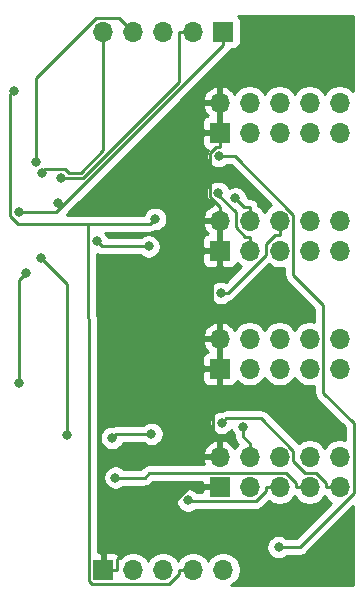
<source format=gbl>
%TF.GenerationSoftware,KiCad,Pcbnew,(5.1.6-0-10_14)*%
%TF.CreationDate,2021-03-01T23:58:59+09:00*%
%TF.ProjectId,qPCR-photo_mux_74HC4067SSOP,71504352-2d70-4686-9f74-6f5f6d75785f,rev?*%
%TF.SameCoordinates,Original*%
%TF.FileFunction,Copper,L2,Bot*%
%TF.FilePolarity,Positive*%
%FSLAX46Y46*%
G04 Gerber Fmt 4.6, Leading zero omitted, Abs format (unit mm)*
G04 Created by KiCad (PCBNEW (5.1.6-0-10_14)) date 2021-03-01 23:58:59*
%MOMM*%
%LPD*%
G01*
G04 APERTURE LIST*
%TA.AperFunction,ComponentPad*%
%ADD10O,1.700000X1.700000*%
%TD*%
%TA.AperFunction,ComponentPad*%
%ADD11R,1.700000X1.700000*%
%TD*%
%TA.AperFunction,ViaPad*%
%ADD12C,0.800000*%
%TD*%
%TA.AperFunction,Conductor*%
%ADD13C,0.250000*%
%TD*%
%TA.AperFunction,Conductor*%
%ADD14C,0.254000*%
%TD*%
G04 APERTURE END LIST*
D10*
%TO.P,J1,5*%
%TO.N,PD_MUX_OUT*%
X103298000Y-110000000D03*
%TO.P,J1,4*%
%TO.N,VCC_LOGIC*%
X100758000Y-110000000D03*
%TO.P,J1,3*%
%TO.N,N/C*%
X98218000Y-110000000D03*
%TO.P,J1,2*%
X95678000Y-110000000D03*
D11*
%TO.P,J1,1*%
%TO.N,GND*%
X93138000Y-110000000D03*
%TD*%
%TO.P,J2,1*%
%TO.N,ADDRESSA3*%
X103298000Y-64440000D03*
D10*
%TO.P,J2,2*%
%TO.N,ADDRESSA2*%
X100758000Y-64440000D03*
%TO.P,J2,3*%
%TO.N,ADDRESSA1*%
X98218000Y-64440000D03*
%TO.P,J2,4*%
%TO.N,ADDRESSA0*%
X95678000Y-64440000D03*
%TO.P,J2,5*%
%TO.N,MUX_SELECT*%
X93138000Y-64440000D03*
%TD*%
%TO.P,N_PD1,10*%
%TO.N,N_PD1_OUT1*%
X113160000Y-70460000D03*
%TO.P,N_PD1,9*%
%TO.N,N_PD1_OUT2*%
X113160000Y-73000000D03*
%TO.P,N_PD1,8*%
%TO.N,N_PD1_OUT3*%
X110620000Y-70460000D03*
%TO.P,N_PD1,7*%
%TO.N,N_PD1_OUT4*%
X110620000Y-73000000D03*
%TO.P,N_PD1,6*%
%TO.N,N_PD1_OUT5*%
X108080000Y-70460000D03*
%TO.P,N_PD1,5*%
%TO.N,N_PD1_OUT6*%
X108080000Y-73000000D03*
%TO.P,N_PD1,4*%
%TO.N,N_PD1_OUT7*%
X105540000Y-70460000D03*
%TO.P,N_PD1,3*%
%TO.N,N_PD1_OUT8*%
X105540000Y-73000000D03*
%TO.P,N_PD1,2*%
%TO.N,GND*%
X103000000Y-70460000D03*
D11*
%TO.P,N_PD1,1*%
X103000000Y-73000000D03*
%TD*%
%TO.P,N_PD2,1*%
%TO.N,GND*%
X103000000Y-83000000D03*
D10*
%TO.P,N_PD2,2*%
X103000000Y-80460000D03*
%TO.P,N_PD2,3*%
%TO.N,N_PD1_OUT16*%
X105540000Y-83000000D03*
%TO.P,N_PD2,4*%
%TO.N,N_PD1_OUT15*%
X105540000Y-80460000D03*
%TO.P,N_PD2,5*%
%TO.N,N_PD1_OUT14*%
X108080000Y-83000000D03*
%TO.P,N_PD2,6*%
%TO.N,N_PD1_OUT13*%
X108080000Y-80460000D03*
%TO.P,N_PD2,7*%
%TO.N,N_PD1_OUT12*%
X110620000Y-83000000D03*
%TO.P,N_PD2,8*%
%TO.N,N_PD1_OUT10*%
X110620000Y-80460000D03*
%TO.P,N_PD2,9*%
%TO.N,N_PD1_OUT11*%
X113160000Y-83000000D03*
%TO.P,N_PD2,10*%
%TO.N,N_PD1_OUT9*%
X113160000Y-80460000D03*
%TD*%
D11*
%TO.P,S_PD1,1*%
%TO.N,GND*%
X103000000Y-93000000D03*
D10*
%TO.P,S_PD1,2*%
X103000000Y-90460000D03*
%TO.P,S_PD1,3*%
%TO.N,S_PD1_OUT8*%
X105540000Y-93000000D03*
%TO.P,S_PD1,4*%
%TO.N,S_PD1_OUT7*%
X105540000Y-90460000D03*
%TO.P,S_PD1,5*%
%TO.N,S_PD1_OUT6*%
X108080000Y-93000000D03*
%TO.P,S_PD1,6*%
%TO.N,S_PD1_OUT5*%
X108080000Y-90460000D03*
%TO.P,S_PD1,7*%
%TO.N,S_PD1_OUT4*%
X110620000Y-93000000D03*
%TO.P,S_PD1,8*%
%TO.N,S_PD1_OUT3*%
X110620000Y-90460000D03*
%TO.P,S_PD1,9*%
%TO.N,S_PD1_OUT2*%
X113160000Y-93000000D03*
%TO.P,S_PD1,10*%
%TO.N,S_PD1_OUT1*%
X113160000Y-90460000D03*
%TD*%
%TO.P,S_PD2,10*%
%TO.N,S_PD1_OUT9*%
X113160000Y-100460000D03*
%TO.P,S_PD2,9*%
%TO.N,S_PD1_OUT11*%
X113160000Y-103000000D03*
%TO.P,S_PD2,8*%
%TO.N,S_PD1_OUT10*%
X110620000Y-100460000D03*
%TO.P,S_PD2,7*%
%TO.N,S_PD1_OUT12*%
X110620000Y-103000000D03*
%TO.P,S_PD2,6*%
%TO.N,S_PD1_OUT13*%
X108080000Y-100460000D03*
%TO.P,S_PD2,5*%
%TO.N,S_PD1_OUT14*%
X108080000Y-103000000D03*
%TO.P,S_PD2,4*%
%TO.N,S_PD1_OUT15*%
X105540000Y-100460000D03*
%TO.P,S_PD2,3*%
%TO.N,S_PD1_OUT16*%
X105540000Y-103000000D03*
%TO.P,S_PD2,2*%
%TO.N,GND*%
X103000000Y-100460000D03*
D11*
%TO.P,S_PD2,1*%
X103000000Y-103000000D03*
%TD*%
D12*
%TO.N,VCC_LOGIC*%
X85563500Y-69465700D03*
X97550000Y-80300000D03*
%TO.N,ADDRESSA3*%
X86015000Y-79753000D03*
X89280000Y-78925000D03*
X86001900Y-94220000D03*
X86589497Y-84920503D03*
%TO.N,ADDRESSA2*%
X89600000Y-76825000D03*
X90075000Y-98575000D03*
X87889700Y-83606900D03*
%TO.N,ADDRESSA0*%
X87450000Y-75450000D03*
%TO.N,MUX_SELECT*%
X87950000Y-76375000D03*
%TO.N,/PD_MUX_OUT1*%
X108000000Y-108091900D03*
X102911600Y-74997400D03*
%TO.N,N_PD1_OUT16*%
X102884600Y-78088300D03*
%TO.N,N_PD1_OUT15*%
X104342700Y-78558000D03*
%TO.N,N_PD1_OUT14*%
X97000000Y-82625000D03*
X92600000Y-82200000D03*
%TO.N,N_PD1_OUT13*%
X103115200Y-86557400D03*
%TO.N,S_PD1_OUT11*%
X103181500Y-97563500D03*
%TO.N,S_PD1_OUT12*%
X94175000Y-102200000D03*
%TO.N,S_PD1_OUT13*%
X93900000Y-98850000D03*
X97225000Y-98504999D03*
X93900000Y-98850000D03*
%TO.N,S_PD1_OUT14*%
X100328400Y-104139000D03*
%TO.N,S_PD1_OUT15*%
X105014300Y-97926700D03*
%TD*%
D13*
%TO.N,VCC_LOGIC*%
X85269500Y-80054400D02*
X85269500Y-69759700D01*
X85269500Y-69759700D02*
X85563500Y-69465700D01*
X99582700Y-110000000D02*
X99582700Y-110365300D01*
X99582700Y-110365300D02*
X98760800Y-111187200D01*
X98760800Y-111187200D02*
X92164000Y-111187200D01*
X92164000Y-111187200D02*
X91938400Y-110961600D01*
X91938400Y-110961600D02*
X91938400Y-88739200D01*
X100758000Y-110000000D02*
X99582700Y-110000000D01*
X85915099Y-80699999D02*
X85269500Y-80054400D01*
X97550000Y-80300000D02*
X97150001Y-80699999D01*
X91874999Y-88675799D02*
X91874999Y-80799999D01*
X91938400Y-88739200D02*
X91874999Y-88675799D01*
X91874999Y-80799999D02*
X91774999Y-80699999D01*
X91774999Y-80699999D02*
X85915099Y-80699999D01*
X97150001Y-80699999D02*
X91774999Y-80699999D01*
%TO.N,GND*%
X103000000Y-103000000D02*
X100441700Y-103000000D01*
X100441700Y-103000000D02*
X94313300Y-109128400D01*
X94313300Y-109128400D02*
X94313300Y-110000000D01*
X103000000Y-80460000D02*
X103000000Y-79284700D01*
X103000000Y-79284700D02*
X102155200Y-78439900D01*
X102155200Y-78439900D02*
X102155200Y-74726200D01*
X102155200Y-74726200D02*
X102706100Y-74175300D01*
X102706100Y-74175300D02*
X103000000Y-74175300D01*
X103000000Y-83000000D02*
X103000000Y-80460000D01*
X103000000Y-73000000D02*
X103000000Y-74175300D01*
X103000000Y-89284700D02*
X102369300Y-88654000D01*
X102369300Y-88654000D02*
X102369300Y-84806000D01*
X102369300Y-84806000D02*
X103000000Y-84175300D01*
X103000000Y-90460000D02*
X103000000Y-89284700D01*
X103000000Y-90460000D02*
X103000000Y-93000000D01*
X103000000Y-83000000D02*
X103000000Y-84175300D01*
X103000000Y-94175300D02*
X102456200Y-94719100D01*
X102456200Y-94719100D02*
X102456200Y-98740900D01*
X102456200Y-98740900D02*
X103000000Y-99284700D01*
X93138000Y-110000000D02*
X94313300Y-110000000D01*
X103000000Y-100460000D02*
X103000000Y-99284700D01*
X103000000Y-93000000D02*
X103000000Y-94175300D01*
X103000000Y-73000000D02*
X103000000Y-70460000D01*
%TO.N,ADDRESSA3*%
X89160300Y-79753000D02*
X86015000Y-79753000D01*
X103298000Y-64440000D02*
X103298000Y-65615300D01*
X89599150Y-79244150D02*
X89669150Y-79244150D01*
X89280000Y-78925000D02*
X89599150Y-79244150D01*
X89669150Y-79244150D02*
X89160300Y-79753000D01*
X103298000Y-65615300D02*
X89669150Y-79244150D01*
X86001900Y-85508100D02*
X86589497Y-84920503D01*
X86001900Y-94220000D02*
X86001900Y-85508100D01*
%TO.N,ADDRESSA2*%
X90075000Y-85792200D02*
X87889700Y-83606900D01*
X90075000Y-98575000D02*
X90075000Y-85792200D01*
X91451890Y-76825000D02*
X89600000Y-76825000D01*
X99582700Y-68694190D02*
X91451890Y-76825000D01*
X99582700Y-64440000D02*
X99582700Y-68694190D01*
X100758000Y-64440000D02*
X99582700Y-64440000D01*
%TO.N,ADDRESSA0*%
X87450000Y-68388998D02*
X92573999Y-63264999D01*
X94502999Y-63264999D02*
X95678000Y-64440000D01*
X92573999Y-63264999D02*
X94502999Y-63264999D01*
X87450000Y-75450000D02*
X87450000Y-68388998D01*
%TO.N,MUX_SELECT*%
X88225001Y-76099999D02*
X87950000Y-76375000D01*
X90222992Y-76374990D02*
X89948001Y-76099999D01*
X91250010Y-76374990D02*
X90222992Y-76374990D01*
X93138000Y-74487000D02*
X91250010Y-76374990D01*
X89948001Y-76099999D02*
X88225001Y-76099999D01*
X93138000Y-64440000D02*
X93138000Y-74487000D01*
%TO.N,/PD_MUX_OUT1*%
X102911600Y-74997400D02*
X104285100Y-74997400D01*
X104285100Y-74997400D02*
X109255300Y-79967600D01*
X109255300Y-79967600D02*
X109255300Y-85041400D01*
X109255300Y-85041400D02*
X111795400Y-87581500D01*
X111795400Y-87581500D02*
X111795400Y-95041500D01*
X111795400Y-95041500D02*
X114348600Y-97594700D01*
X114348600Y-97594700D02*
X114348600Y-103519500D01*
X114348600Y-103519500D02*
X109776200Y-108091900D01*
X109776200Y-108091900D02*
X108000000Y-108091900D01*
%TO.N,N_PD1_OUT16*%
X105540000Y-81824700D02*
X105172600Y-81824700D01*
X105172600Y-81824700D02*
X104364700Y-81016800D01*
X104364700Y-81016800D02*
X104364700Y-79728300D01*
X104364700Y-79728300D02*
X102884600Y-78248200D01*
X102884600Y-78248200D02*
X102884600Y-78088300D01*
X105540000Y-83000000D02*
X105540000Y-81824700D01*
%TO.N,N_PD1_OUT15*%
X105540000Y-80460000D02*
X105540000Y-79284700D01*
X105540000Y-79284700D02*
X105069400Y-79284700D01*
X105069400Y-79284700D02*
X104342700Y-78558000D01*
%TO.N,N_PD1_OUT14*%
X93025000Y-82625000D02*
X92600000Y-82200000D01*
X97000000Y-82625000D02*
X93025000Y-82625000D01*
%TO.N,N_PD1_OUT13*%
X108080000Y-81635300D02*
X107712600Y-81635300D01*
X107712600Y-81635300D02*
X106904700Y-82443200D01*
X106904700Y-82443200D02*
X106904700Y-83329700D01*
X106904700Y-83329700D02*
X103677000Y-86557400D01*
X103677000Y-86557400D02*
X103115200Y-86557400D01*
X108080000Y-80460000D02*
X108080000Y-81635300D01*
%TO.N,S_PD1_OUT11*%
X113160000Y-103000000D02*
X111984700Y-103000000D01*
X103181500Y-97563500D02*
X103546200Y-97198800D01*
X103546200Y-97198800D02*
X106528500Y-97198800D01*
X106528500Y-97198800D02*
X109255400Y-99925700D01*
X109255400Y-99925700D02*
X109255400Y-100819600D01*
X109255400Y-100819600D02*
X110260500Y-101824700D01*
X110260500Y-101824700D02*
X111176800Y-101824700D01*
X111176800Y-101824700D02*
X111984700Y-102632600D01*
X111984700Y-102632600D02*
X111984700Y-103000000D01*
%TO.N,S_PD1_OUT12*%
X110620000Y-103000000D02*
X109444700Y-103000000D01*
X109444700Y-103000000D02*
X109444700Y-102632600D01*
X109444700Y-102632600D02*
X108636800Y-101824700D01*
X108636800Y-101824700D02*
X97038300Y-101824700D01*
X96663000Y-102200000D02*
X97038300Y-101824700D01*
X94175000Y-102200000D02*
X96663000Y-102200000D01*
%TO.N,S_PD1_OUT13*%
X94245001Y-98504999D02*
X93900000Y-98850000D01*
X97225000Y-98504999D02*
X94245001Y-98504999D01*
%TO.N,S_PD1_OUT14*%
X108080000Y-103000000D02*
X106904700Y-103000000D01*
X100328400Y-104139000D02*
X100364700Y-104175300D01*
X100364700Y-104175300D02*
X106096800Y-104175300D01*
X106096800Y-104175300D02*
X106904700Y-103367400D01*
X106904700Y-103367400D02*
X106904700Y-103000000D01*
%TO.N,S_PD1_OUT15*%
X105540000Y-100460000D02*
X105540000Y-99284700D01*
X105014300Y-97926700D02*
X105014300Y-98759000D01*
X105014300Y-98759000D02*
X105540000Y-99284700D01*
%TD*%
D14*
%TO.N,GND*%
G36*
X114315000Y-69515651D02*
G01*
X114313475Y-69513368D01*
X114106632Y-69306525D01*
X113863411Y-69144010D01*
X113593158Y-69032068D01*
X113306260Y-68975000D01*
X113013740Y-68975000D01*
X112726842Y-69032068D01*
X112456589Y-69144010D01*
X112213368Y-69306525D01*
X112006525Y-69513368D01*
X111890000Y-69687760D01*
X111773475Y-69513368D01*
X111566632Y-69306525D01*
X111323411Y-69144010D01*
X111053158Y-69032068D01*
X110766260Y-68975000D01*
X110473740Y-68975000D01*
X110186842Y-69032068D01*
X109916589Y-69144010D01*
X109673368Y-69306525D01*
X109466525Y-69513368D01*
X109350000Y-69687760D01*
X109233475Y-69513368D01*
X109026632Y-69306525D01*
X108783411Y-69144010D01*
X108513158Y-69032068D01*
X108226260Y-68975000D01*
X107933740Y-68975000D01*
X107646842Y-69032068D01*
X107376589Y-69144010D01*
X107133368Y-69306525D01*
X106926525Y-69513368D01*
X106810000Y-69687760D01*
X106693475Y-69513368D01*
X106486632Y-69306525D01*
X106243411Y-69144010D01*
X105973158Y-69032068D01*
X105686260Y-68975000D01*
X105393740Y-68975000D01*
X105106842Y-69032068D01*
X104836589Y-69144010D01*
X104593368Y-69306525D01*
X104386525Y-69513368D01*
X104264805Y-69695534D01*
X104195178Y-69578645D01*
X104000269Y-69362412D01*
X103766920Y-69188359D01*
X103504099Y-69063175D01*
X103356890Y-69018524D01*
X103127000Y-69139845D01*
X103127000Y-70333000D01*
X103147000Y-70333000D01*
X103147000Y-70587000D01*
X103127000Y-70587000D01*
X103127000Y-72873000D01*
X103147000Y-72873000D01*
X103147000Y-73127000D01*
X103127000Y-73127000D01*
X103127000Y-73147000D01*
X102873000Y-73147000D01*
X102873000Y-73127000D01*
X101673750Y-73127000D01*
X101515000Y-73285750D01*
X101511928Y-73850000D01*
X101524188Y-73974482D01*
X101560498Y-74094180D01*
X101619463Y-74204494D01*
X101698815Y-74301185D01*
X101795506Y-74380537D01*
X101905820Y-74439502D01*
X102017047Y-74473242D01*
X101994395Y-74507144D01*
X101916374Y-74695502D01*
X101876600Y-74895461D01*
X101876600Y-75099339D01*
X101916374Y-75299298D01*
X101994395Y-75487656D01*
X102107663Y-75657174D01*
X102251826Y-75801337D01*
X102421344Y-75914605D01*
X102609702Y-75992626D01*
X102809661Y-76032400D01*
X103013539Y-76032400D01*
X103213498Y-75992626D01*
X103401856Y-75914605D01*
X103571374Y-75801337D01*
X103615311Y-75757400D01*
X103970299Y-75757400D01*
X107364791Y-79151893D01*
X107133368Y-79306525D01*
X106926525Y-79513368D01*
X106810000Y-79687760D01*
X106693475Y-79513368D01*
X106486632Y-79306525D01*
X106293089Y-79177204D01*
X106289003Y-79135714D01*
X106245546Y-78992453D01*
X106174974Y-78860424D01*
X106080001Y-78744699D01*
X105964276Y-78649726D01*
X105832247Y-78579154D01*
X105688986Y-78535697D01*
X105577333Y-78524700D01*
X105540000Y-78521023D01*
X105502667Y-78524700D01*
X105384202Y-78524700D01*
X105377700Y-78518198D01*
X105377700Y-78456061D01*
X105337926Y-78256102D01*
X105259905Y-78067744D01*
X105146637Y-77898226D01*
X105002474Y-77754063D01*
X104832956Y-77640795D01*
X104644598Y-77562774D01*
X104444639Y-77523000D01*
X104240761Y-77523000D01*
X104040802Y-77562774D01*
X103852444Y-77640795D01*
X103826652Y-77658029D01*
X103801805Y-77598044D01*
X103688537Y-77428526D01*
X103544374Y-77284363D01*
X103374856Y-77171095D01*
X103186498Y-77093074D01*
X102986539Y-77053300D01*
X102782661Y-77053300D01*
X102582702Y-77093074D01*
X102394344Y-77171095D01*
X102224826Y-77284363D01*
X102080663Y-77428526D01*
X101967395Y-77598044D01*
X101889374Y-77786402D01*
X101849600Y-77986361D01*
X101849600Y-78190239D01*
X101889374Y-78390198D01*
X101967395Y-78578556D01*
X102080663Y-78748074D01*
X102224826Y-78892237D01*
X102394344Y-79005505D01*
X102517647Y-79056579D01*
X102495901Y-79063175D01*
X102233080Y-79188359D01*
X101999731Y-79362412D01*
X101804822Y-79578645D01*
X101655843Y-79828748D01*
X101558519Y-80103109D01*
X101679186Y-80333000D01*
X102873000Y-80333000D01*
X102873000Y-80313000D01*
X103127000Y-80313000D01*
X103127000Y-80333000D01*
X103147000Y-80333000D01*
X103147000Y-80587000D01*
X103127000Y-80587000D01*
X103127000Y-82873000D01*
X103147000Y-82873000D01*
X103147000Y-83127000D01*
X103127000Y-83127000D01*
X103127000Y-84326250D01*
X103285750Y-84485000D01*
X103850000Y-84488072D01*
X103974482Y-84475812D01*
X104094180Y-84439502D01*
X104204494Y-84380537D01*
X104301185Y-84301185D01*
X104380537Y-84204494D01*
X104439502Y-84094180D01*
X104461513Y-84021620D01*
X104593368Y-84153475D01*
X104836589Y-84315990D01*
X104841553Y-84318046D01*
X103544608Y-85614991D01*
X103417098Y-85562174D01*
X103217139Y-85522400D01*
X103013261Y-85522400D01*
X102813302Y-85562174D01*
X102624944Y-85640195D01*
X102455426Y-85753463D01*
X102311263Y-85897626D01*
X102197995Y-86067144D01*
X102119974Y-86255502D01*
X102080200Y-86455461D01*
X102080200Y-86659339D01*
X102119974Y-86859298D01*
X102197995Y-87047656D01*
X102311263Y-87217174D01*
X102455426Y-87361337D01*
X102624944Y-87474605D01*
X102813302Y-87552626D01*
X103013261Y-87592400D01*
X103217139Y-87592400D01*
X103417098Y-87552626D01*
X103605456Y-87474605D01*
X103774974Y-87361337D01*
X103831616Y-87304695D01*
X103969247Y-87262946D01*
X104101276Y-87192374D01*
X104217001Y-87097401D01*
X104240804Y-87068397D01*
X107146771Y-84162431D01*
X107376589Y-84315990D01*
X107646842Y-84427932D01*
X107933740Y-84485000D01*
X108226260Y-84485000D01*
X108495301Y-84431484D01*
X108495301Y-85004068D01*
X108491624Y-85041400D01*
X108495301Y-85078733D01*
X108506298Y-85190386D01*
X108519480Y-85233842D01*
X108549754Y-85333646D01*
X108620326Y-85465676D01*
X108648457Y-85499953D01*
X108715300Y-85581401D01*
X108744298Y-85605199D01*
X111035400Y-87896302D01*
X111035400Y-89028536D01*
X110766260Y-88975000D01*
X110473740Y-88975000D01*
X110186842Y-89032068D01*
X109916589Y-89144010D01*
X109673368Y-89306525D01*
X109466525Y-89513368D01*
X109350000Y-89687760D01*
X109233475Y-89513368D01*
X109026632Y-89306525D01*
X108783411Y-89144010D01*
X108513158Y-89032068D01*
X108226260Y-88975000D01*
X107933740Y-88975000D01*
X107646842Y-89032068D01*
X107376589Y-89144010D01*
X107133368Y-89306525D01*
X106926525Y-89513368D01*
X106810000Y-89687760D01*
X106693475Y-89513368D01*
X106486632Y-89306525D01*
X106243411Y-89144010D01*
X105973158Y-89032068D01*
X105686260Y-88975000D01*
X105393740Y-88975000D01*
X105106842Y-89032068D01*
X104836589Y-89144010D01*
X104593368Y-89306525D01*
X104386525Y-89513368D01*
X104264805Y-89695534D01*
X104195178Y-89578645D01*
X104000269Y-89362412D01*
X103766920Y-89188359D01*
X103504099Y-89063175D01*
X103356890Y-89018524D01*
X103127000Y-89139845D01*
X103127000Y-90333000D01*
X103147000Y-90333000D01*
X103147000Y-90587000D01*
X103127000Y-90587000D01*
X103127000Y-92873000D01*
X103147000Y-92873000D01*
X103147000Y-93127000D01*
X103127000Y-93127000D01*
X103127000Y-94326250D01*
X103285750Y-94485000D01*
X103850000Y-94488072D01*
X103974482Y-94475812D01*
X104094180Y-94439502D01*
X104204494Y-94380537D01*
X104301185Y-94301185D01*
X104380537Y-94204494D01*
X104439502Y-94094180D01*
X104461513Y-94021620D01*
X104593368Y-94153475D01*
X104836589Y-94315990D01*
X105106842Y-94427932D01*
X105393740Y-94485000D01*
X105686260Y-94485000D01*
X105973158Y-94427932D01*
X106243411Y-94315990D01*
X106486632Y-94153475D01*
X106693475Y-93946632D01*
X106810000Y-93772240D01*
X106926525Y-93946632D01*
X107133368Y-94153475D01*
X107376589Y-94315990D01*
X107646842Y-94427932D01*
X107933740Y-94485000D01*
X108226260Y-94485000D01*
X108513158Y-94427932D01*
X108783411Y-94315990D01*
X109026632Y-94153475D01*
X109233475Y-93946632D01*
X109350000Y-93772240D01*
X109466525Y-93946632D01*
X109673368Y-94153475D01*
X109916589Y-94315990D01*
X110186842Y-94427932D01*
X110473740Y-94485000D01*
X110766260Y-94485000D01*
X111035401Y-94431464D01*
X111035401Y-95004168D01*
X111031724Y-95041500D01*
X111046398Y-95190485D01*
X111089854Y-95333746D01*
X111160426Y-95465776D01*
X111231601Y-95552502D01*
X111255400Y-95581501D01*
X111284398Y-95605299D01*
X113588600Y-97909502D01*
X113588600Y-99031161D01*
X113306260Y-98975000D01*
X113013740Y-98975000D01*
X112726842Y-99032068D01*
X112456589Y-99144010D01*
X112213368Y-99306525D01*
X112006525Y-99513368D01*
X111890000Y-99687760D01*
X111773475Y-99513368D01*
X111566632Y-99306525D01*
X111323411Y-99144010D01*
X111053158Y-99032068D01*
X110766260Y-98975000D01*
X110473740Y-98975000D01*
X110186842Y-99032068D01*
X109916589Y-99144010D01*
X109695943Y-99291441D01*
X107092304Y-96687803D01*
X107068501Y-96658799D01*
X106952776Y-96563826D01*
X106820747Y-96493254D01*
X106677486Y-96449797D01*
X106565833Y-96438800D01*
X106565822Y-96438800D01*
X106528500Y-96435124D01*
X106491178Y-96438800D01*
X103583525Y-96438800D01*
X103546200Y-96435124D01*
X103508875Y-96438800D01*
X103508867Y-96438800D01*
X103397214Y-96449797D01*
X103253953Y-96493254D01*
X103188013Y-96528500D01*
X103079561Y-96528500D01*
X102879602Y-96568274D01*
X102691244Y-96646295D01*
X102521726Y-96759563D01*
X102377563Y-96903726D01*
X102264295Y-97073244D01*
X102186274Y-97261602D01*
X102146500Y-97461561D01*
X102146500Y-97665439D01*
X102186274Y-97865398D01*
X102264295Y-98053756D01*
X102377563Y-98223274D01*
X102521726Y-98367437D01*
X102691244Y-98480705D01*
X102879602Y-98558726D01*
X103079561Y-98598500D01*
X103283439Y-98598500D01*
X103483398Y-98558726D01*
X103671756Y-98480705D01*
X103841274Y-98367437D01*
X103985437Y-98223274D01*
X104010542Y-98185702D01*
X104019074Y-98228598D01*
X104097095Y-98416956D01*
X104210363Y-98586474D01*
X104254300Y-98630411D01*
X104254300Y-98721678D01*
X104250624Y-98759000D01*
X104254300Y-98796322D01*
X104254300Y-98796333D01*
X104262236Y-98876898D01*
X104265298Y-98907985D01*
X104308754Y-99051246D01*
X104379326Y-99183276D01*
X104421590Y-99234774D01*
X104474300Y-99299001D01*
X104503298Y-99322799D01*
X104540196Y-99359697D01*
X104386525Y-99513368D01*
X104264805Y-99695534D01*
X104195178Y-99578645D01*
X104000269Y-99362412D01*
X103766920Y-99188359D01*
X103504099Y-99063175D01*
X103356890Y-99018524D01*
X103127000Y-99139845D01*
X103127000Y-100333000D01*
X103147000Y-100333000D01*
X103147000Y-100587000D01*
X103127000Y-100587000D01*
X103127000Y-100607000D01*
X102873000Y-100607000D01*
X102873000Y-100587000D01*
X101679186Y-100587000D01*
X101558519Y-100816891D01*
X101646424Y-101064700D01*
X97075622Y-101064700D01*
X97038299Y-101061024D01*
X97000976Y-101064700D01*
X97000967Y-101064700D01*
X96889314Y-101075697D01*
X96746053Y-101119154D01*
X96614024Y-101189726D01*
X96498299Y-101284699D01*
X96474496Y-101313703D01*
X96348199Y-101440000D01*
X94878711Y-101440000D01*
X94834774Y-101396063D01*
X94665256Y-101282795D01*
X94476898Y-101204774D01*
X94276939Y-101165000D01*
X94073061Y-101165000D01*
X93873102Y-101204774D01*
X93684744Y-101282795D01*
X93515226Y-101396063D01*
X93371063Y-101540226D01*
X93257795Y-101709744D01*
X93179774Y-101898102D01*
X93140000Y-102098061D01*
X93140000Y-102301939D01*
X93179774Y-102501898D01*
X93257795Y-102690256D01*
X93371063Y-102859774D01*
X93515226Y-103003937D01*
X93684744Y-103117205D01*
X93873102Y-103195226D01*
X94073061Y-103235000D01*
X94276939Y-103235000D01*
X94476898Y-103195226D01*
X94665256Y-103117205D01*
X94834774Y-103003937D01*
X94878711Y-102960000D01*
X96625678Y-102960000D01*
X96663000Y-102963676D01*
X96700322Y-102960000D01*
X96700333Y-102960000D01*
X96811986Y-102949003D01*
X96955247Y-102905546D01*
X97087276Y-102834974D01*
X97203001Y-102740001D01*
X97226804Y-102710997D01*
X97353101Y-102584700D01*
X101514295Y-102584700D01*
X101515000Y-102714250D01*
X101673750Y-102873000D01*
X102873000Y-102873000D01*
X102873000Y-102853000D01*
X103127000Y-102853000D01*
X103127000Y-102873000D01*
X103147000Y-102873000D01*
X103147000Y-103127000D01*
X103127000Y-103127000D01*
X103127000Y-103147000D01*
X102873000Y-103147000D01*
X102873000Y-103127000D01*
X101673750Y-103127000D01*
X101515000Y-103285750D01*
X101514295Y-103415300D01*
X101068411Y-103415300D01*
X100988174Y-103335063D01*
X100818656Y-103221795D01*
X100630298Y-103143774D01*
X100430339Y-103104000D01*
X100226461Y-103104000D01*
X100026502Y-103143774D01*
X99838144Y-103221795D01*
X99668626Y-103335063D01*
X99524463Y-103479226D01*
X99411195Y-103648744D01*
X99333174Y-103837102D01*
X99293400Y-104037061D01*
X99293400Y-104240939D01*
X99333174Y-104440898D01*
X99411195Y-104629256D01*
X99524463Y-104798774D01*
X99668626Y-104942937D01*
X99838144Y-105056205D01*
X100026502Y-105134226D01*
X100226461Y-105174000D01*
X100430339Y-105174000D01*
X100630298Y-105134226D01*
X100818656Y-105056205D01*
X100988174Y-104942937D01*
X100995811Y-104935300D01*
X106059478Y-104935300D01*
X106096800Y-104938976D01*
X106134122Y-104935300D01*
X106134133Y-104935300D01*
X106245786Y-104924303D01*
X106389047Y-104880846D01*
X106521076Y-104810274D01*
X106636801Y-104715301D01*
X106660603Y-104686298D01*
X107169371Y-104177531D01*
X107376589Y-104315990D01*
X107646842Y-104427932D01*
X107933740Y-104485000D01*
X108226260Y-104485000D01*
X108513158Y-104427932D01*
X108783411Y-104315990D01*
X109026632Y-104153475D01*
X109233475Y-103946632D01*
X109350000Y-103772240D01*
X109466525Y-103946632D01*
X109673368Y-104153475D01*
X109916589Y-104315990D01*
X110186842Y-104427932D01*
X110473740Y-104485000D01*
X110766260Y-104485000D01*
X111053158Y-104427932D01*
X111323411Y-104315990D01*
X111566632Y-104153475D01*
X111773475Y-103946632D01*
X111890000Y-103772240D01*
X112006525Y-103946632D01*
X112213368Y-104153475D01*
X112456589Y-104315990D01*
X112471240Y-104322059D01*
X109461399Y-107331900D01*
X108703711Y-107331900D01*
X108659774Y-107287963D01*
X108490256Y-107174695D01*
X108301898Y-107096674D01*
X108101939Y-107056900D01*
X107898061Y-107056900D01*
X107698102Y-107096674D01*
X107509744Y-107174695D01*
X107340226Y-107287963D01*
X107196063Y-107432126D01*
X107082795Y-107601644D01*
X107004774Y-107790002D01*
X106965000Y-107989961D01*
X106965000Y-108193839D01*
X107004774Y-108393798D01*
X107082795Y-108582156D01*
X107196063Y-108751674D01*
X107340226Y-108895837D01*
X107509744Y-109009105D01*
X107698102Y-109087126D01*
X107898061Y-109126900D01*
X108101939Y-109126900D01*
X108301898Y-109087126D01*
X108490256Y-109009105D01*
X108659774Y-108895837D01*
X108703711Y-108851900D01*
X109738878Y-108851900D01*
X109776200Y-108855576D01*
X109813522Y-108851900D01*
X109813533Y-108851900D01*
X109925186Y-108840903D01*
X110068447Y-108797446D01*
X110200476Y-108726874D01*
X110316201Y-108631901D01*
X110340004Y-108602897D01*
X114315001Y-104627901D01*
X114315001Y-111315000D01*
X104002893Y-111315000D01*
X104244632Y-111153475D01*
X104451475Y-110946632D01*
X104613990Y-110703411D01*
X104725932Y-110433158D01*
X104783000Y-110146260D01*
X104783000Y-109853740D01*
X104725932Y-109566842D01*
X104613990Y-109296589D01*
X104451475Y-109053368D01*
X104244632Y-108846525D01*
X104001411Y-108684010D01*
X103731158Y-108572068D01*
X103444260Y-108515000D01*
X103151740Y-108515000D01*
X102864842Y-108572068D01*
X102594589Y-108684010D01*
X102351368Y-108846525D01*
X102144525Y-109053368D01*
X102028000Y-109227760D01*
X101911475Y-109053368D01*
X101704632Y-108846525D01*
X101461411Y-108684010D01*
X101191158Y-108572068D01*
X100904260Y-108515000D01*
X100611740Y-108515000D01*
X100324842Y-108572068D01*
X100054589Y-108684010D01*
X99811368Y-108846525D01*
X99604525Y-109053368D01*
X99488000Y-109227760D01*
X99371475Y-109053368D01*
X99164632Y-108846525D01*
X98921411Y-108684010D01*
X98651158Y-108572068D01*
X98364260Y-108515000D01*
X98071740Y-108515000D01*
X97784842Y-108572068D01*
X97514589Y-108684010D01*
X97271368Y-108846525D01*
X97064525Y-109053368D01*
X96948000Y-109227760D01*
X96831475Y-109053368D01*
X96624632Y-108846525D01*
X96381411Y-108684010D01*
X96111158Y-108572068D01*
X95824260Y-108515000D01*
X95531740Y-108515000D01*
X95244842Y-108572068D01*
X94974589Y-108684010D01*
X94731368Y-108846525D01*
X94599513Y-108978380D01*
X94577502Y-108905820D01*
X94518537Y-108795506D01*
X94439185Y-108698815D01*
X94342494Y-108619463D01*
X94232180Y-108560498D01*
X94112482Y-108524188D01*
X93988000Y-108511928D01*
X93423750Y-108515000D01*
X93265000Y-108673750D01*
X93265000Y-109873000D01*
X93285000Y-109873000D01*
X93285000Y-110127000D01*
X93265000Y-110127000D01*
X93265000Y-110147000D01*
X93011000Y-110147000D01*
X93011000Y-110127000D01*
X92991000Y-110127000D01*
X92991000Y-109873000D01*
X93011000Y-109873000D01*
X93011000Y-108673750D01*
X92852250Y-108515000D01*
X92698400Y-108514162D01*
X92698400Y-100103109D01*
X101558519Y-100103109D01*
X101679186Y-100333000D01*
X102873000Y-100333000D01*
X102873000Y-99139845D01*
X102643110Y-99018524D01*
X102495901Y-99063175D01*
X102233080Y-99188359D01*
X101999731Y-99362412D01*
X101804822Y-99578645D01*
X101655843Y-99828748D01*
X101558519Y-100103109D01*
X92698400Y-100103109D01*
X92698400Y-98748061D01*
X92865000Y-98748061D01*
X92865000Y-98951939D01*
X92904774Y-99151898D01*
X92982795Y-99340256D01*
X93096063Y-99509774D01*
X93240226Y-99653937D01*
X93409744Y-99767205D01*
X93598102Y-99845226D01*
X93798061Y-99885000D01*
X94001939Y-99885000D01*
X94201898Y-99845226D01*
X94390256Y-99767205D01*
X94559774Y-99653937D01*
X94703937Y-99509774D01*
X94817205Y-99340256D01*
X94848378Y-99264999D01*
X96521289Y-99264999D01*
X96565226Y-99308936D01*
X96734744Y-99422204D01*
X96923102Y-99500225D01*
X97123061Y-99539999D01*
X97326939Y-99539999D01*
X97526898Y-99500225D01*
X97715256Y-99422204D01*
X97884774Y-99308936D01*
X98028937Y-99164773D01*
X98142205Y-98995255D01*
X98220226Y-98806897D01*
X98260000Y-98606938D01*
X98260000Y-98403060D01*
X98220226Y-98203101D01*
X98142205Y-98014743D01*
X98028937Y-97845225D01*
X97884774Y-97701062D01*
X97715256Y-97587794D01*
X97526898Y-97509773D01*
X97326939Y-97469999D01*
X97123061Y-97469999D01*
X96923102Y-97509773D01*
X96734744Y-97587794D01*
X96565226Y-97701062D01*
X96521289Y-97744999D01*
X94282323Y-97744999D01*
X94245000Y-97741323D01*
X94207677Y-97744999D01*
X94207668Y-97744999D01*
X94096015Y-97755996D01*
X93952754Y-97799453D01*
X93923668Y-97815000D01*
X93798061Y-97815000D01*
X93598102Y-97854774D01*
X93409744Y-97932795D01*
X93240226Y-98046063D01*
X93096063Y-98190226D01*
X92982795Y-98359744D01*
X92904774Y-98548102D01*
X92865000Y-98748061D01*
X92698400Y-98748061D01*
X92698400Y-93850000D01*
X101511928Y-93850000D01*
X101524188Y-93974482D01*
X101560498Y-94094180D01*
X101619463Y-94204494D01*
X101698815Y-94301185D01*
X101795506Y-94380537D01*
X101905820Y-94439502D01*
X102025518Y-94475812D01*
X102150000Y-94488072D01*
X102714250Y-94485000D01*
X102873000Y-94326250D01*
X102873000Y-93127000D01*
X101673750Y-93127000D01*
X101515000Y-93285750D01*
X101511928Y-93850000D01*
X92698400Y-93850000D01*
X92698400Y-92150000D01*
X101511928Y-92150000D01*
X101515000Y-92714250D01*
X101673750Y-92873000D01*
X102873000Y-92873000D01*
X102873000Y-90587000D01*
X101679186Y-90587000D01*
X101558519Y-90816891D01*
X101655843Y-91091252D01*
X101804822Y-91341355D01*
X101981626Y-91537502D01*
X101905820Y-91560498D01*
X101795506Y-91619463D01*
X101698815Y-91698815D01*
X101619463Y-91795506D01*
X101560498Y-91905820D01*
X101524188Y-92025518D01*
X101511928Y-92150000D01*
X92698400Y-92150000D01*
X92698400Y-90103109D01*
X101558519Y-90103109D01*
X101679186Y-90333000D01*
X102873000Y-90333000D01*
X102873000Y-89139845D01*
X102643110Y-89018524D01*
X102495901Y-89063175D01*
X102233080Y-89188359D01*
X101999731Y-89362412D01*
X101804822Y-89578645D01*
X101655843Y-89828748D01*
X101558519Y-90103109D01*
X92698400Y-90103109D01*
X92698400Y-88776533D01*
X92702077Y-88739200D01*
X92687403Y-88590215D01*
X92643946Y-88446954D01*
X92643946Y-88446953D01*
X92634999Y-88430215D01*
X92634999Y-83850000D01*
X101511928Y-83850000D01*
X101524188Y-83974482D01*
X101560498Y-84094180D01*
X101619463Y-84204494D01*
X101698815Y-84301185D01*
X101795506Y-84380537D01*
X101905820Y-84439502D01*
X102025518Y-84475812D01*
X102150000Y-84488072D01*
X102714250Y-84485000D01*
X102873000Y-84326250D01*
X102873000Y-83127000D01*
X101673750Y-83127000D01*
X101515000Y-83285750D01*
X101511928Y-83850000D01*
X92634999Y-83850000D01*
X92634999Y-83278295D01*
X92732753Y-83330546D01*
X92876014Y-83374003D01*
X92987667Y-83385000D01*
X92987675Y-83385000D01*
X93025000Y-83388676D01*
X93062325Y-83385000D01*
X96296289Y-83385000D01*
X96340226Y-83428937D01*
X96509744Y-83542205D01*
X96698102Y-83620226D01*
X96898061Y-83660000D01*
X97101939Y-83660000D01*
X97301898Y-83620226D01*
X97490256Y-83542205D01*
X97659774Y-83428937D01*
X97803937Y-83284774D01*
X97917205Y-83115256D01*
X97995226Y-82926898D01*
X98035000Y-82726939D01*
X98035000Y-82523061D01*
X97995226Y-82323102D01*
X97923525Y-82150000D01*
X101511928Y-82150000D01*
X101515000Y-82714250D01*
X101673750Y-82873000D01*
X102873000Y-82873000D01*
X102873000Y-80587000D01*
X101679186Y-80587000D01*
X101558519Y-80816891D01*
X101655843Y-81091252D01*
X101804822Y-81341355D01*
X101981626Y-81537502D01*
X101905820Y-81560498D01*
X101795506Y-81619463D01*
X101698815Y-81698815D01*
X101619463Y-81795506D01*
X101560498Y-81905820D01*
X101524188Y-82025518D01*
X101511928Y-82150000D01*
X97923525Y-82150000D01*
X97917205Y-82134744D01*
X97803937Y-81965226D01*
X97659774Y-81821063D01*
X97490256Y-81707795D01*
X97301898Y-81629774D01*
X97101939Y-81590000D01*
X96898061Y-81590000D01*
X96698102Y-81629774D01*
X96509744Y-81707795D01*
X96340226Y-81821063D01*
X96296289Y-81865000D01*
X93581515Y-81865000D01*
X93517205Y-81709744D01*
X93403937Y-81540226D01*
X93323710Y-81459999D01*
X97112679Y-81459999D01*
X97150001Y-81463675D01*
X97187323Y-81459999D01*
X97187334Y-81459999D01*
X97298987Y-81449002D01*
X97442248Y-81405545D01*
X97574226Y-81335000D01*
X97651939Y-81335000D01*
X97851898Y-81295226D01*
X98040256Y-81217205D01*
X98209774Y-81103937D01*
X98353937Y-80959774D01*
X98467205Y-80790256D01*
X98545226Y-80601898D01*
X98585000Y-80401939D01*
X98585000Y-80198061D01*
X98545226Y-79998102D01*
X98467205Y-79809744D01*
X98353937Y-79640226D01*
X98209774Y-79496063D01*
X98040256Y-79382795D01*
X97851898Y-79304774D01*
X97651939Y-79265000D01*
X97448061Y-79265000D01*
X97248102Y-79304774D01*
X97059744Y-79382795D01*
X96890226Y-79496063D01*
X96746063Y-79640226D01*
X96632795Y-79809744D01*
X96578841Y-79939999D01*
X91812321Y-79939999D01*
X91774999Y-79936323D01*
X91737677Y-79939999D01*
X90048102Y-79939999D01*
X90180147Y-79807954D01*
X90209151Y-79784151D01*
X90232954Y-79755147D01*
X97838101Y-72150000D01*
X101511928Y-72150000D01*
X101515000Y-72714250D01*
X101673750Y-72873000D01*
X102873000Y-72873000D01*
X102873000Y-70587000D01*
X101679186Y-70587000D01*
X101558519Y-70816891D01*
X101655843Y-71091252D01*
X101804822Y-71341355D01*
X101981626Y-71537502D01*
X101905820Y-71560498D01*
X101795506Y-71619463D01*
X101698815Y-71698815D01*
X101619463Y-71795506D01*
X101560498Y-71905820D01*
X101524188Y-72025518D01*
X101511928Y-72150000D01*
X97838101Y-72150000D01*
X99884992Y-70103109D01*
X101558519Y-70103109D01*
X101679186Y-70333000D01*
X102873000Y-70333000D01*
X102873000Y-69139845D01*
X102643110Y-69018524D01*
X102495901Y-69063175D01*
X102233080Y-69188359D01*
X101999731Y-69362412D01*
X101804822Y-69578645D01*
X101655843Y-69828748D01*
X101558519Y-70103109D01*
X99884992Y-70103109D01*
X103809003Y-66179099D01*
X103838001Y-66155301D01*
X103932974Y-66039576D01*
X103992575Y-65928072D01*
X104148000Y-65928072D01*
X104272482Y-65915812D01*
X104392180Y-65879502D01*
X104502494Y-65820537D01*
X104599185Y-65741185D01*
X104678537Y-65644494D01*
X104737502Y-65534180D01*
X104773812Y-65414482D01*
X104786072Y-65290000D01*
X104786072Y-63590000D01*
X104773812Y-63465518D01*
X104737502Y-63345820D01*
X104678537Y-63235506D01*
X104599185Y-63138815D01*
X104582351Y-63125000D01*
X114315000Y-63125000D01*
X114315000Y-69515651D01*
G37*
X114315000Y-69515651D02*
X114313475Y-69513368D01*
X114106632Y-69306525D01*
X113863411Y-69144010D01*
X113593158Y-69032068D01*
X113306260Y-68975000D01*
X113013740Y-68975000D01*
X112726842Y-69032068D01*
X112456589Y-69144010D01*
X112213368Y-69306525D01*
X112006525Y-69513368D01*
X111890000Y-69687760D01*
X111773475Y-69513368D01*
X111566632Y-69306525D01*
X111323411Y-69144010D01*
X111053158Y-69032068D01*
X110766260Y-68975000D01*
X110473740Y-68975000D01*
X110186842Y-69032068D01*
X109916589Y-69144010D01*
X109673368Y-69306525D01*
X109466525Y-69513368D01*
X109350000Y-69687760D01*
X109233475Y-69513368D01*
X109026632Y-69306525D01*
X108783411Y-69144010D01*
X108513158Y-69032068D01*
X108226260Y-68975000D01*
X107933740Y-68975000D01*
X107646842Y-69032068D01*
X107376589Y-69144010D01*
X107133368Y-69306525D01*
X106926525Y-69513368D01*
X106810000Y-69687760D01*
X106693475Y-69513368D01*
X106486632Y-69306525D01*
X106243411Y-69144010D01*
X105973158Y-69032068D01*
X105686260Y-68975000D01*
X105393740Y-68975000D01*
X105106842Y-69032068D01*
X104836589Y-69144010D01*
X104593368Y-69306525D01*
X104386525Y-69513368D01*
X104264805Y-69695534D01*
X104195178Y-69578645D01*
X104000269Y-69362412D01*
X103766920Y-69188359D01*
X103504099Y-69063175D01*
X103356890Y-69018524D01*
X103127000Y-69139845D01*
X103127000Y-70333000D01*
X103147000Y-70333000D01*
X103147000Y-70587000D01*
X103127000Y-70587000D01*
X103127000Y-72873000D01*
X103147000Y-72873000D01*
X103147000Y-73127000D01*
X103127000Y-73127000D01*
X103127000Y-73147000D01*
X102873000Y-73147000D01*
X102873000Y-73127000D01*
X101673750Y-73127000D01*
X101515000Y-73285750D01*
X101511928Y-73850000D01*
X101524188Y-73974482D01*
X101560498Y-74094180D01*
X101619463Y-74204494D01*
X101698815Y-74301185D01*
X101795506Y-74380537D01*
X101905820Y-74439502D01*
X102017047Y-74473242D01*
X101994395Y-74507144D01*
X101916374Y-74695502D01*
X101876600Y-74895461D01*
X101876600Y-75099339D01*
X101916374Y-75299298D01*
X101994395Y-75487656D01*
X102107663Y-75657174D01*
X102251826Y-75801337D01*
X102421344Y-75914605D01*
X102609702Y-75992626D01*
X102809661Y-76032400D01*
X103013539Y-76032400D01*
X103213498Y-75992626D01*
X103401856Y-75914605D01*
X103571374Y-75801337D01*
X103615311Y-75757400D01*
X103970299Y-75757400D01*
X107364791Y-79151893D01*
X107133368Y-79306525D01*
X106926525Y-79513368D01*
X106810000Y-79687760D01*
X106693475Y-79513368D01*
X106486632Y-79306525D01*
X106293089Y-79177204D01*
X106289003Y-79135714D01*
X106245546Y-78992453D01*
X106174974Y-78860424D01*
X106080001Y-78744699D01*
X105964276Y-78649726D01*
X105832247Y-78579154D01*
X105688986Y-78535697D01*
X105577333Y-78524700D01*
X105540000Y-78521023D01*
X105502667Y-78524700D01*
X105384202Y-78524700D01*
X105377700Y-78518198D01*
X105377700Y-78456061D01*
X105337926Y-78256102D01*
X105259905Y-78067744D01*
X105146637Y-77898226D01*
X105002474Y-77754063D01*
X104832956Y-77640795D01*
X104644598Y-77562774D01*
X104444639Y-77523000D01*
X104240761Y-77523000D01*
X104040802Y-77562774D01*
X103852444Y-77640795D01*
X103826652Y-77658029D01*
X103801805Y-77598044D01*
X103688537Y-77428526D01*
X103544374Y-77284363D01*
X103374856Y-77171095D01*
X103186498Y-77093074D01*
X102986539Y-77053300D01*
X102782661Y-77053300D01*
X102582702Y-77093074D01*
X102394344Y-77171095D01*
X102224826Y-77284363D01*
X102080663Y-77428526D01*
X101967395Y-77598044D01*
X101889374Y-77786402D01*
X101849600Y-77986361D01*
X101849600Y-78190239D01*
X101889374Y-78390198D01*
X101967395Y-78578556D01*
X102080663Y-78748074D01*
X102224826Y-78892237D01*
X102394344Y-79005505D01*
X102517647Y-79056579D01*
X102495901Y-79063175D01*
X102233080Y-79188359D01*
X101999731Y-79362412D01*
X101804822Y-79578645D01*
X101655843Y-79828748D01*
X101558519Y-80103109D01*
X101679186Y-80333000D01*
X102873000Y-80333000D01*
X102873000Y-80313000D01*
X103127000Y-80313000D01*
X103127000Y-80333000D01*
X103147000Y-80333000D01*
X103147000Y-80587000D01*
X103127000Y-80587000D01*
X103127000Y-82873000D01*
X103147000Y-82873000D01*
X103147000Y-83127000D01*
X103127000Y-83127000D01*
X103127000Y-84326250D01*
X103285750Y-84485000D01*
X103850000Y-84488072D01*
X103974482Y-84475812D01*
X104094180Y-84439502D01*
X104204494Y-84380537D01*
X104301185Y-84301185D01*
X104380537Y-84204494D01*
X104439502Y-84094180D01*
X104461513Y-84021620D01*
X104593368Y-84153475D01*
X104836589Y-84315990D01*
X104841553Y-84318046D01*
X103544608Y-85614991D01*
X103417098Y-85562174D01*
X103217139Y-85522400D01*
X103013261Y-85522400D01*
X102813302Y-85562174D01*
X102624944Y-85640195D01*
X102455426Y-85753463D01*
X102311263Y-85897626D01*
X102197995Y-86067144D01*
X102119974Y-86255502D01*
X102080200Y-86455461D01*
X102080200Y-86659339D01*
X102119974Y-86859298D01*
X102197995Y-87047656D01*
X102311263Y-87217174D01*
X102455426Y-87361337D01*
X102624944Y-87474605D01*
X102813302Y-87552626D01*
X103013261Y-87592400D01*
X103217139Y-87592400D01*
X103417098Y-87552626D01*
X103605456Y-87474605D01*
X103774974Y-87361337D01*
X103831616Y-87304695D01*
X103969247Y-87262946D01*
X104101276Y-87192374D01*
X104217001Y-87097401D01*
X104240804Y-87068397D01*
X107146771Y-84162431D01*
X107376589Y-84315990D01*
X107646842Y-84427932D01*
X107933740Y-84485000D01*
X108226260Y-84485000D01*
X108495301Y-84431484D01*
X108495301Y-85004068D01*
X108491624Y-85041400D01*
X108495301Y-85078733D01*
X108506298Y-85190386D01*
X108519480Y-85233842D01*
X108549754Y-85333646D01*
X108620326Y-85465676D01*
X108648457Y-85499953D01*
X108715300Y-85581401D01*
X108744298Y-85605199D01*
X111035400Y-87896302D01*
X111035400Y-89028536D01*
X110766260Y-88975000D01*
X110473740Y-88975000D01*
X110186842Y-89032068D01*
X109916589Y-89144010D01*
X109673368Y-89306525D01*
X109466525Y-89513368D01*
X109350000Y-89687760D01*
X109233475Y-89513368D01*
X109026632Y-89306525D01*
X108783411Y-89144010D01*
X108513158Y-89032068D01*
X108226260Y-88975000D01*
X107933740Y-88975000D01*
X107646842Y-89032068D01*
X107376589Y-89144010D01*
X107133368Y-89306525D01*
X106926525Y-89513368D01*
X106810000Y-89687760D01*
X106693475Y-89513368D01*
X106486632Y-89306525D01*
X106243411Y-89144010D01*
X105973158Y-89032068D01*
X105686260Y-88975000D01*
X105393740Y-88975000D01*
X105106842Y-89032068D01*
X104836589Y-89144010D01*
X104593368Y-89306525D01*
X104386525Y-89513368D01*
X104264805Y-89695534D01*
X104195178Y-89578645D01*
X104000269Y-89362412D01*
X103766920Y-89188359D01*
X103504099Y-89063175D01*
X103356890Y-89018524D01*
X103127000Y-89139845D01*
X103127000Y-90333000D01*
X103147000Y-90333000D01*
X103147000Y-90587000D01*
X103127000Y-90587000D01*
X103127000Y-92873000D01*
X103147000Y-92873000D01*
X103147000Y-93127000D01*
X103127000Y-93127000D01*
X103127000Y-94326250D01*
X103285750Y-94485000D01*
X103850000Y-94488072D01*
X103974482Y-94475812D01*
X104094180Y-94439502D01*
X104204494Y-94380537D01*
X104301185Y-94301185D01*
X104380537Y-94204494D01*
X104439502Y-94094180D01*
X104461513Y-94021620D01*
X104593368Y-94153475D01*
X104836589Y-94315990D01*
X105106842Y-94427932D01*
X105393740Y-94485000D01*
X105686260Y-94485000D01*
X105973158Y-94427932D01*
X106243411Y-94315990D01*
X106486632Y-94153475D01*
X106693475Y-93946632D01*
X106810000Y-93772240D01*
X106926525Y-93946632D01*
X107133368Y-94153475D01*
X107376589Y-94315990D01*
X107646842Y-94427932D01*
X107933740Y-94485000D01*
X108226260Y-94485000D01*
X108513158Y-94427932D01*
X108783411Y-94315990D01*
X109026632Y-94153475D01*
X109233475Y-93946632D01*
X109350000Y-93772240D01*
X109466525Y-93946632D01*
X109673368Y-94153475D01*
X109916589Y-94315990D01*
X110186842Y-94427932D01*
X110473740Y-94485000D01*
X110766260Y-94485000D01*
X111035401Y-94431464D01*
X111035401Y-95004168D01*
X111031724Y-95041500D01*
X111046398Y-95190485D01*
X111089854Y-95333746D01*
X111160426Y-95465776D01*
X111231601Y-95552502D01*
X111255400Y-95581501D01*
X111284398Y-95605299D01*
X113588600Y-97909502D01*
X113588600Y-99031161D01*
X113306260Y-98975000D01*
X113013740Y-98975000D01*
X112726842Y-99032068D01*
X112456589Y-99144010D01*
X112213368Y-99306525D01*
X112006525Y-99513368D01*
X111890000Y-99687760D01*
X111773475Y-99513368D01*
X111566632Y-99306525D01*
X111323411Y-99144010D01*
X111053158Y-99032068D01*
X110766260Y-98975000D01*
X110473740Y-98975000D01*
X110186842Y-99032068D01*
X109916589Y-99144010D01*
X109695943Y-99291441D01*
X107092304Y-96687803D01*
X107068501Y-96658799D01*
X106952776Y-96563826D01*
X106820747Y-96493254D01*
X106677486Y-96449797D01*
X106565833Y-96438800D01*
X106565822Y-96438800D01*
X106528500Y-96435124D01*
X106491178Y-96438800D01*
X103583525Y-96438800D01*
X103546200Y-96435124D01*
X103508875Y-96438800D01*
X103508867Y-96438800D01*
X103397214Y-96449797D01*
X103253953Y-96493254D01*
X103188013Y-96528500D01*
X103079561Y-96528500D01*
X102879602Y-96568274D01*
X102691244Y-96646295D01*
X102521726Y-96759563D01*
X102377563Y-96903726D01*
X102264295Y-97073244D01*
X102186274Y-97261602D01*
X102146500Y-97461561D01*
X102146500Y-97665439D01*
X102186274Y-97865398D01*
X102264295Y-98053756D01*
X102377563Y-98223274D01*
X102521726Y-98367437D01*
X102691244Y-98480705D01*
X102879602Y-98558726D01*
X103079561Y-98598500D01*
X103283439Y-98598500D01*
X103483398Y-98558726D01*
X103671756Y-98480705D01*
X103841274Y-98367437D01*
X103985437Y-98223274D01*
X104010542Y-98185702D01*
X104019074Y-98228598D01*
X104097095Y-98416956D01*
X104210363Y-98586474D01*
X104254300Y-98630411D01*
X104254300Y-98721678D01*
X104250624Y-98759000D01*
X104254300Y-98796322D01*
X104254300Y-98796333D01*
X104262236Y-98876898D01*
X104265298Y-98907985D01*
X104308754Y-99051246D01*
X104379326Y-99183276D01*
X104421590Y-99234774D01*
X104474300Y-99299001D01*
X104503298Y-99322799D01*
X104540196Y-99359697D01*
X104386525Y-99513368D01*
X104264805Y-99695534D01*
X104195178Y-99578645D01*
X104000269Y-99362412D01*
X103766920Y-99188359D01*
X103504099Y-99063175D01*
X103356890Y-99018524D01*
X103127000Y-99139845D01*
X103127000Y-100333000D01*
X103147000Y-100333000D01*
X103147000Y-100587000D01*
X103127000Y-100587000D01*
X103127000Y-100607000D01*
X102873000Y-100607000D01*
X102873000Y-100587000D01*
X101679186Y-100587000D01*
X101558519Y-100816891D01*
X101646424Y-101064700D01*
X97075622Y-101064700D01*
X97038299Y-101061024D01*
X97000976Y-101064700D01*
X97000967Y-101064700D01*
X96889314Y-101075697D01*
X96746053Y-101119154D01*
X96614024Y-101189726D01*
X96498299Y-101284699D01*
X96474496Y-101313703D01*
X96348199Y-101440000D01*
X94878711Y-101440000D01*
X94834774Y-101396063D01*
X94665256Y-101282795D01*
X94476898Y-101204774D01*
X94276939Y-101165000D01*
X94073061Y-101165000D01*
X93873102Y-101204774D01*
X93684744Y-101282795D01*
X93515226Y-101396063D01*
X93371063Y-101540226D01*
X93257795Y-101709744D01*
X93179774Y-101898102D01*
X93140000Y-102098061D01*
X93140000Y-102301939D01*
X93179774Y-102501898D01*
X93257795Y-102690256D01*
X93371063Y-102859774D01*
X93515226Y-103003937D01*
X93684744Y-103117205D01*
X93873102Y-103195226D01*
X94073061Y-103235000D01*
X94276939Y-103235000D01*
X94476898Y-103195226D01*
X94665256Y-103117205D01*
X94834774Y-103003937D01*
X94878711Y-102960000D01*
X96625678Y-102960000D01*
X96663000Y-102963676D01*
X96700322Y-102960000D01*
X96700333Y-102960000D01*
X96811986Y-102949003D01*
X96955247Y-102905546D01*
X97087276Y-102834974D01*
X97203001Y-102740001D01*
X97226804Y-102710997D01*
X97353101Y-102584700D01*
X101514295Y-102584700D01*
X101515000Y-102714250D01*
X101673750Y-102873000D01*
X102873000Y-102873000D01*
X102873000Y-102853000D01*
X103127000Y-102853000D01*
X103127000Y-102873000D01*
X103147000Y-102873000D01*
X103147000Y-103127000D01*
X103127000Y-103127000D01*
X103127000Y-103147000D01*
X102873000Y-103147000D01*
X102873000Y-103127000D01*
X101673750Y-103127000D01*
X101515000Y-103285750D01*
X101514295Y-103415300D01*
X101068411Y-103415300D01*
X100988174Y-103335063D01*
X100818656Y-103221795D01*
X100630298Y-103143774D01*
X100430339Y-103104000D01*
X100226461Y-103104000D01*
X100026502Y-103143774D01*
X99838144Y-103221795D01*
X99668626Y-103335063D01*
X99524463Y-103479226D01*
X99411195Y-103648744D01*
X99333174Y-103837102D01*
X99293400Y-104037061D01*
X99293400Y-104240939D01*
X99333174Y-104440898D01*
X99411195Y-104629256D01*
X99524463Y-104798774D01*
X99668626Y-104942937D01*
X99838144Y-105056205D01*
X100026502Y-105134226D01*
X100226461Y-105174000D01*
X100430339Y-105174000D01*
X100630298Y-105134226D01*
X100818656Y-105056205D01*
X100988174Y-104942937D01*
X100995811Y-104935300D01*
X106059478Y-104935300D01*
X106096800Y-104938976D01*
X106134122Y-104935300D01*
X106134133Y-104935300D01*
X106245786Y-104924303D01*
X106389047Y-104880846D01*
X106521076Y-104810274D01*
X106636801Y-104715301D01*
X106660603Y-104686298D01*
X107169371Y-104177531D01*
X107376589Y-104315990D01*
X107646842Y-104427932D01*
X107933740Y-104485000D01*
X108226260Y-104485000D01*
X108513158Y-104427932D01*
X108783411Y-104315990D01*
X109026632Y-104153475D01*
X109233475Y-103946632D01*
X109350000Y-103772240D01*
X109466525Y-103946632D01*
X109673368Y-104153475D01*
X109916589Y-104315990D01*
X110186842Y-104427932D01*
X110473740Y-104485000D01*
X110766260Y-104485000D01*
X111053158Y-104427932D01*
X111323411Y-104315990D01*
X111566632Y-104153475D01*
X111773475Y-103946632D01*
X111890000Y-103772240D01*
X112006525Y-103946632D01*
X112213368Y-104153475D01*
X112456589Y-104315990D01*
X112471240Y-104322059D01*
X109461399Y-107331900D01*
X108703711Y-107331900D01*
X108659774Y-107287963D01*
X108490256Y-107174695D01*
X108301898Y-107096674D01*
X108101939Y-107056900D01*
X107898061Y-107056900D01*
X107698102Y-107096674D01*
X107509744Y-107174695D01*
X107340226Y-107287963D01*
X107196063Y-107432126D01*
X107082795Y-107601644D01*
X107004774Y-107790002D01*
X106965000Y-107989961D01*
X106965000Y-108193839D01*
X107004774Y-108393798D01*
X107082795Y-108582156D01*
X107196063Y-108751674D01*
X107340226Y-108895837D01*
X107509744Y-109009105D01*
X107698102Y-109087126D01*
X107898061Y-109126900D01*
X108101939Y-109126900D01*
X108301898Y-109087126D01*
X108490256Y-109009105D01*
X108659774Y-108895837D01*
X108703711Y-108851900D01*
X109738878Y-108851900D01*
X109776200Y-108855576D01*
X109813522Y-108851900D01*
X109813533Y-108851900D01*
X109925186Y-108840903D01*
X110068447Y-108797446D01*
X110200476Y-108726874D01*
X110316201Y-108631901D01*
X110340004Y-108602897D01*
X114315001Y-104627901D01*
X114315001Y-111315000D01*
X104002893Y-111315000D01*
X104244632Y-111153475D01*
X104451475Y-110946632D01*
X104613990Y-110703411D01*
X104725932Y-110433158D01*
X104783000Y-110146260D01*
X104783000Y-109853740D01*
X104725932Y-109566842D01*
X104613990Y-109296589D01*
X104451475Y-109053368D01*
X104244632Y-108846525D01*
X104001411Y-108684010D01*
X103731158Y-108572068D01*
X103444260Y-108515000D01*
X103151740Y-108515000D01*
X102864842Y-108572068D01*
X102594589Y-108684010D01*
X102351368Y-108846525D01*
X102144525Y-109053368D01*
X102028000Y-109227760D01*
X101911475Y-109053368D01*
X101704632Y-108846525D01*
X101461411Y-108684010D01*
X101191158Y-108572068D01*
X100904260Y-108515000D01*
X100611740Y-108515000D01*
X100324842Y-108572068D01*
X100054589Y-108684010D01*
X99811368Y-108846525D01*
X99604525Y-109053368D01*
X99488000Y-109227760D01*
X99371475Y-109053368D01*
X99164632Y-108846525D01*
X98921411Y-108684010D01*
X98651158Y-108572068D01*
X98364260Y-108515000D01*
X98071740Y-108515000D01*
X97784842Y-108572068D01*
X97514589Y-108684010D01*
X97271368Y-108846525D01*
X97064525Y-109053368D01*
X96948000Y-109227760D01*
X96831475Y-109053368D01*
X96624632Y-108846525D01*
X96381411Y-108684010D01*
X96111158Y-108572068D01*
X95824260Y-108515000D01*
X95531740Y-108515000D01*
X95244842Y-108572068D01*
X94974589Y-108684010D01*
X94731368Y-108846525D01*
X94599513Y-108978380D01*
X94577502Y-108905820D01*
X94518537Y-108795506D01*
X94439185Y-108698815D01*
X94342494Y-108619463D01*
X94232180Y-108560498D01*
X94112482Y-108524188D01*
X93988000Y-108511928D01*
X93423750Y-108515000D01*
X93265000Y-108673750D01*
X93265000Y-109873000D01*
X93285000Y-109873000D01*
X93285000Y-110127000D01*
X93265000Y-110127000D01*
X93265000Y-110147000D01*
X93011000Y-110147000D01*
X93011000Y-110127000D01*
X92991000Y-110127000D01*
X92991000Y-109873000D01*
X93011000Y-109873000D01*
X93011000Y-108673750D01*
X92852250Y-108515000D01*
X92698400Y-108514162D01*
X92698400Y-100103109D01*
X101558519Y-100103109D01*
X101679186Y-100333000D01*
X102873000Y-100333000D01*
X102873000Y-99139845D01*
X102643110Y-99018524D01*
X102495901Y-99063175D01*
X102233080Y-99188359D01*
X101999731Y-99362412D01*
X101804822Y-99578645D01*
X101655843Y-99828748D01*
X101558519Y-100103109D01*
X92698400Y-100103109D01*
X92698400Y-98748061D01*
X92865000Y-98748061D01*
X92865000Y-98951939D01*
X92904774Y-99151898D01*
X92982795Y-99340256D01*
X93096063Y-99509774D01*
X93240226Y-99653937D01*
X93409744Y-99767205D01*
X93598102Y-99845226D01*
X93798061Y-99885000D01*
X94001939Y-99885000D01*
X94201898Y-99845226D01*
X94390256Y-99767205D01*
X94559774Y-99653937D01*
X94703937Y-99509774D01*
X94817205Y-99340256D01*
X94848378Y-99264999D01*
X96521289Y-99264999D01*
X96565226Y-99308936D01*
X96734744Y-99422204D01*
X96923102Y-99500225D01*
X97123061Y-99539999D01*
X97326939Y-99539999D01*
X97526898Y-99500225D01*
X97715256Y-99422204D01*
X97884774Y-99308936D01*
X98028937Y-99164773D01*
X98142205Y-98995255D01*
X98220226Y-98806897D01*
X98260000Y-98606938D01*
X98260000Y-98403060D01*
X98220226Y-98203101D01*
X98142205Y-98014743D01*
X98028937Y-97845225D01*
X97884774Y-97701062D01*
X97715256Y-97587794D01*
X97526898Y-97509773D01*
X97326939Y-97469999D01*
X97123061Y-97469999D01*
X96923102Y-97509773D01*
X96734744Y-97587794D01*
X96565226Y-97701062D01*
X96521289Y-97744999D01*
X94282323Y-97744999D01*
X94245000Y-97741323D01*
X94207677Y-97744999D01*
X94207668Y-97744999D01*
X94096015Y-97755996D01*
X93952754Y-97799453D01*
X93923668Y-97815000D01*
X93798061Y-97815000D01*
X93598102Y-97854774D01*
X93409744Y-97932795D01*
X93240226Y-98046063D01*
X93096063Y-98190226D01*
X92982795Y-98359744D01*
X92904774Y-98548102D01*
X92865000Y-98748061D01*
X92698400Y-98748061D01*
X92698400Y-93850000D01*
X101511928Y-93850000D01*
X101524188Y-93974482D01*
X101560498Y-94094180D01*
X101619463Y-94204494D01*
X101698815Y-94301185D01*
X101795506Y-94380537D01*
X101905820Y-94439502D01*
X102025518Y-94475812D01*
X102150000Y-94488072D01*
X102714250Y-94485000D01*
X102873000Y-94326250D01*
X102873000Y-93127000D01*
X101673750Y-93127000D01*
X101515000Y-93285750D01*
X101511928Y-93850000D01*
X92698400Y-93850000D01*
X92698400Y-92150000D01*
X101511928Y-92150000D01*
X101515000Y-92714250D01*
X101673750Y-92873000D01*
X102873000Y-92873000D01*
X102873000Y-90587000D01*
X101679186Y-90587000D01*
X101558519Y-90816891D01*
X101655843Y-91091252D01*
X101804822Y-91341355D01*
X101981626Y-91537502D01*
X101905820Y-91560498D01*
X101795506Y-91619463D01*
X101698815Y-91698815D01*
X101619463Y-91795506D01*
X101560498Y-91905820D01*
X101524188Y-92025518D01*
X101511928Y-92150000D01*
X92698400Y-92150000D01*
X92698400Y-90103109D01*
X101558519Y-90103109D01*
X101679186Y-90333000D01*
X102873000Y-90333000D01*
X102873000Y-89139845D01*
X102643110Y-89018524D01*
X102495901Y-89063175D01*
X102233080Y-89188359D01*
X101999731Y-89362412D01*
X101804822Y-89578645D01*
X101655843Y-89828748D01*
X101558519Y-90103109D01*
X92698400Y-90103109D01*
X92698400Y-88776533D01*
X92702077Y-88739200D01*
X92687403Y-88590215D01*
X92643946Y-88446954D01*
X92643946Y-88446953D01*
X92634999Y-88430215D01*
X92634999Y-83850000D01*
X101511928Y-83850000D01*
X101524188Y-83974482D01*
X101560498Y-84094180D01*
X101619463Y-84204494D01*
X101698815Y-84301185D01*
X101795506Y-84380537D01*
X101905820Y-84439502D01*
X102025518Y-84475812D01*
X102150000Y-84488072D01*
X102714250Y-84485000D01*
X102873000Y-84326250D01*
X102873000Y-83127000D01*
X101673750Y-83127000D01*
X101515000Y-83285750D01*
X101511928Y-83850000D01*
X92634999Y-83850000D01*
X92634999Y-83278295D01*
X92732753Y-83330546D01*
X92876014Y-83374003D01*
X92987667Y-83385000D01*
X92987675Y-83385000D01*
X93025000Y-83388676D01*
X93062325Y-83385000D01*
X96296289Y-83385000D01*
X96340226Y-83428937D01*
X96509744Y-83542205D01*
X96698102Y-83620226D01*
X96898061Y-83660000D01*
X97101939Y-83660000D01*
X97301898Y-83620226D01*
X97490256Y-83542205D01*
X97659774Y-83428937D01*
X97803937Y-83284774D01*
X97917205Y-83115256D01*
X97995226Y-82926898D01*
X98035000Y-82726939D01*
X98035000Y-82523061D01*
X97995226Y-82323102D01*
X97923525Y-82150000D01*
X101511928Y-82150000D01*
X101515000Y-82714250D01*
X101673750Y-82873000D01*
X102873000Y-82873000D01*
X102873000Y-80587000D01*
X101679186Y-80587000D01*
X101558519Y-80816891D01*
X101655843Y-81091252D01*
X101804822Y-81341355D01*
X101981626Y-81537502D01*
X101905820Y-81560498D01*
X101795506Y-81619463D01*
X101698815Y-81698815D01*
X101619463Y-81795506D01*
X101560498Y-81905820D01*
X101524188Y-82025518D01*
X101511928Y-82150000D01*
X97923525Y-82150000D01*
X97917205Y-82134744D01*
X97803937Y-81965226D01*
X97659774Y-81821063D01*
X97490256Y-81707795D01*
X97301898Y-81629774D01*
X97101939Y-81590000D01*
X96898061Y-81590000D01*
X96698102Y-81629774D01*
X96509744Y-81707795D01*
X96340226Y-81821063D01*
X96296289Y-81865000D01*
X93581515Y-81865000D01*
X93517205Y-81709744D01*
X93403937Y-81540226D01*
X93323710Y-81459999D01*
X97112679Y-81459999D01*
X97150001Y-81463675D01*
X97187323Y-81459999D01*
X97187334Y-81459999D01*
X97298987Y-81449002D01*
X97442248Y-81405545D01*
X97574226Y-81335000D01*
X97651939Y-81335000D01*
X97851898Y-81295226D01*
X98040256Y-81217205D01*
X98209774Y-81103937D01*
X98353937Y-80959774D01*
X98467205Y-80790256D01*
X98545226Y-80601898D01*
X98585000Y-80401939D01*
X98585000Y-80198061D01*
X98545226Y-79998102D01*
X98467205Y-79809744D01*
X98353937Y-79640226D01*
X98209774Y-79496063D01*
X98040256Y-79382795D01*
X97851898Y-79304774D01*
X97651939Y-79265000D01*
X97448061Y-79265000D01*
X97248102Y-79304774D01*
X97059744Y-79382795D01*
X96890226Y-79496063D01*
X96746063Y-79640226D01*
X96632795Y-79809744D01*
X96578841Y-79939999D01*
X91812321Y-79939999D01*
X91774999Y-79936323D01*
X91737677Y-79939999D01*
X90048102Y-79939999D01*
X90180147Y-79807954D01*
X90209151Y-79784151D01*
X90232954Y-79755147D01*
X97838101Y-72150000D01*
X101511928Y-72150000D01*
X101515000Y-72714250D01*
X101673750Y-72873000D01*
X102873000Y-72873000D01*
X102873000Y-70587000D01*
X101679186Y-70587000D01*
X101558519Y-70816891D01*
X101655843Y-71091252D01*
X101804822Y-71341355D01*
X101981626Y-71537502D01*
X101905820Y-71560498D01*
X101795506Y-71619463D01*
X101698815Y-71698815D01*
X101619463Y-71795506D01*
X101560498Y-71905820D01*
X101524188Y-72025518D01*
X101511928Y-72150000D01*
X97838101Y-72150000D01*
X99884992Y-70103109D01*
X101558519Y-70103109D01*
X101679186Y-70333000D01*
X102873000Y-70333000D01*
X102873000Y-69139845D01*
X102643110Y-69018524D01*
X102495901Y-69063175D01*
X102233080Y-69188359D01*
X101999731Y-69362412D01*
X101804822Y-69578645D01*
X101655843Y-69828748D01*
X101558519Y-70103109D01*
X99884992Y-70103109D01*
X103809003Y-66179099D01*
X103838001Y-66155301D01*
X103932974Y-66039576D01*
X103992575Y-65928072D01*
X104148000Y-65928072D01*
X104272482Y-65915812D01*
X104392180Y-65879502D01*
X104502494Y-65820537D01*
X104599185Y-65741185D01*
X104678537Y-65644494D01*
X104737502Y-65534180D01*
X104773812Y-65414482D01*
X104786072Y-65290000D01*
X104786072Y-63590000D01*
X104773812Y-63465518D01*
X104737502Y-63345820D01*
X104678537Y-63235506D01*
X104599185Y-63138815D01*
X104582351Y-63125000D01*
X114315000Y-63125000D01*
X114315000Y-69515651D01*
%TD*%
M02*

</source>
